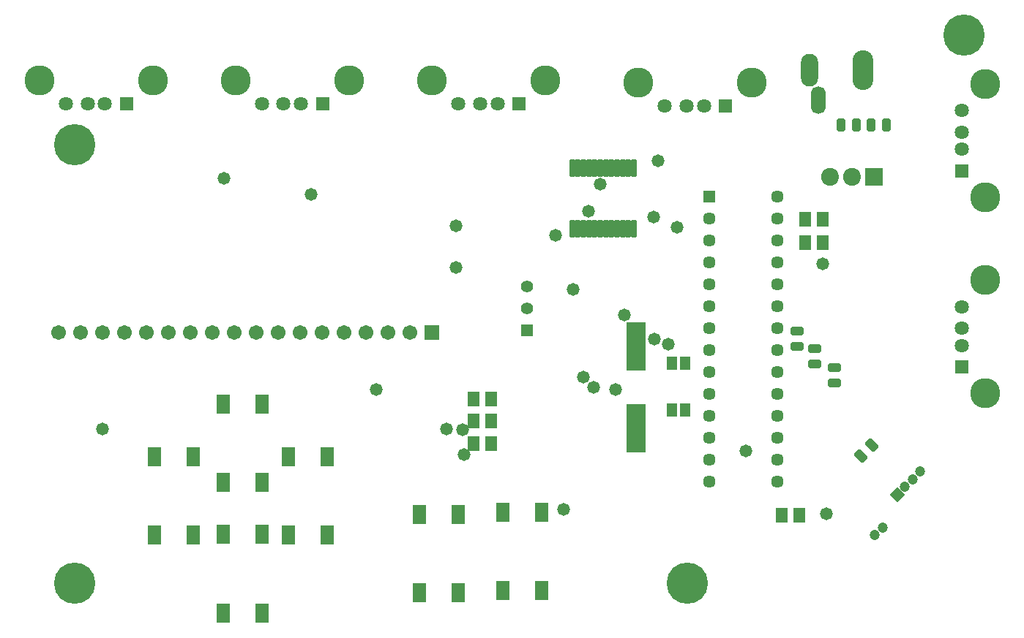
<source format=gts>
G04*
G04 #@! TF.GenerationSoftware,Altium Limited,Altium Designer,22.1.2 (22)*
G04*
G04 Layer_Color=8388736*
%FSLAX25Y25*%
%MOIN*%
G70*
G04*
G04 #@! TF.SameCoordinates,2374D94A-E5D5-4E5D-BBDB-F5A8C7ADDA7F*
G04*
G04*
G04 #@! TF.FilePolarity,Negative*
G04*
G01*
G75*
%ADD24R,0.05300X0.06800*%
G04:AMPARAMS|DCode=25|XSize=59.18mil|YSize=37.92mil|CornerRadius=7.74mil|HoleSize=0mil|Usage=FLASHONLY|Rotation=135.000|XOffset=0mil|YOffset=0mil|HoleType=Round|Shape=RoundedRectangle|*
%AMROUNDEDRECTD25*
21,1,0.05918,0.02244,0,0,135.0*
21,1,0.04370,0.03792,0,0,135.0*
1,1,0.01548,-0.00752,0.02339*
1,1,0.01548,0.02339,-0.00752*
1,1,0.01548,0.00752,-0.02339*
1,1,0.01548,-0.02339,0.00752*
%
%ADD25ROUNDEDRECTD25*%
%ADD26R,0.04737X0.05918*%
%ADD27R,0.08674X0.22453*%
%ADD28R,0.06312X0.09068*%
G04:AMPARAMS|DCode=29|XSize=59.18mil|YSize=37.92mil|CornerRadius=7.74mil|HoleSize=0mil|Usage=FLASHONLY|Rotation=90.000|XOffset=0mil|YOffset=0mil|HoleType=Round|Shape=RoundedRectangle|*
%AMROUNDEDRECTD29*
21,1,0.05918,0.02244,0,0,90.0*
21,1,0.04370,0.03792,0,0,90.0*
1,1,0.01548,0.01122,0.02185*
1,1,0.01548,0.01122,-0.02185*
1,1,0.01548,-0.01122,-0.02185*
1,1,0.01548,-0.01122,0.02185*
%
%ADD29ROUNDEDRECTD29*%
G04:AMPARAMS|DCode=30|XSize=82.8mil|YSize=26.9mil|CornerRadius=8.72mil|HoleSize=0mil|Usage=FLASHONLY|Rotation=90.000|XOffset=0mil|YOffset=0mil|HoleType=Round|Shape=RoundedRectangle|*
%AMROUNDEDRECTD30*
21,1,0.08280,0.00945,0,0,90.0*
21,1,0.06535,0.02690,0,0,90.0*
1,1,0.01745,0.00472,0.03268*
1,1,0.01745,0.00472,-0.03268*
1,1,0.01745,-0.00472,-0.03268*
1,1,0.01745,-0.00472,0.03268*
%
%ADD30ROUNDEDRECTD30*%
G04:AMPARAMS|DCode=31|XSize=59.18mil|YSize=37.92mil|CornerRadius=7.74mil|HoleSize=0mil|Usage=FLASHONLY|Rotation=180.000|XOffset=0mil|YOffset=0mil|HoleType=Round|Shape=RoundedRectangle|*
%AMROUNDEDRECTD31*
21,1,0.05918,0.02244,0,0,180.0*
21,1,0.04370,0.03792,0,0,180.0*
1,1,0.01548,-0.02185,0.01122*
1,1,0.01548,0.02185,0.01122*
1,1,0.01548,0.02185,-0.01122*
1,1,0.01548,-0.02185,-0.01122*
%
%ADD31ROUNDEDRECTD31*%
%ADD32C,0.18800*%
%ADD33O,0.09461X0.18123*%
%ADD34O,0.07887X0.14973*%
%ADD35O,0.06737X0.12674*%
%ADD36C,0.04737*%
%ADD37P,0.06699X4X90.0*%
%ADD38R,0.05721X0.05721*%
%ADD39C,0.05721*%
%ADD40C,0.06706*%
%ADD41R,0.06706X0.06706*%
%ADD42R,0.06422X0.06422*%
%ADD43C,0.06422*%
%ADD44C,0.13698*%
%ADD45R,0.06422X0.06422*%
%ADD46R,0.05595X0.05595*%
%ADD47C,0.05595*%
%ADD48R,0.08123X0.08123*%
%ADD49C,0.08123*%
%ADD50C,0.05800*%
D24*
X367000Y61000D02*
D03*
X375000D02*
D03*
X385500Y185500D02*
D03*
X377500D02*
D03*
X385500Y196000D02*
D03*
X377500D02*
D03*
X234500Y114056D02*
D03*
X226500D02*
D03*
X234500Y104000D02*
D03*
X226500D02*
D03*
X234500Y93944D02*
D03*
X226500D02*
D03*
D25*
X407978Y92978D02*
D03*
X402995Y87995D02*
D03*
D26*
X322953Y130500D02*
D03*
X317047D02*
D03*
Y109000D02*
D03*
X322953D02*
D03*
D27*
X300500Y138201D02*
D03*
Y100799D02*
D03*
D28*
X130358Y111827D02*
D03*
Y76000D02*
D03*
X112642D02*
D03*
Y111827D02*
D03*
X219500Y61461D02*
D03*
Y25634D02*
D03*
X201783D02*
D03*
Y61461D02*
D03*
X159858Y87913D02*
D03*
Y52087D02*
D03*
X142142D02*
D03*
Y87913D02*
D03*
X257500Y62461D02*
D03*
Y26634D02*
D03*
X239783D02*
D03*
Y62461D02*
D03*
X98858Y87913D02*
D03*
Y52087D02*
D03*
X81142D02*
D03*
Y87913D02*
D03*
X130358Y52413D02*
D03*
Y16587D02*
D03*
X112642D02*
D03*
Y52413D02*
D03*
D29*
X401004Y239000D02*
D03*
X393957D02*
D03*
X407500D02*
D03*
X414547D02*
D03*
D30*
X271425Y191701D02*
D03*
X273984D02*
D03*
X276543D02*
D03*
X279102D02*
D03*
X281661D02*
D03*
X284220D02*
D03*
X286780D02*
D03*
X289339D02*
D03*
X291898D02*
D03*
X294457D02*
D03*
X297016D02*
D03*
X299575D02*
D03*
Y219299D02*
D03*
X297016D02*
D03*
X294457D02*
D03*
X291898D02*
D03*
X289339D02*
D03*
X286780D02*
D03*
X284220D02*
D03*
X281661D02*
D03*
X279102D02*
D03*
X276543D02*
D03*
X273984D02*
D03*
X271425D02*
D03*
D31*
X391000Y128504D02*
D03*
Y121457D02*
D03*
X382000Y137004D02*
D03*
Y129957D02*
D03*
X374000Y145004D02*
D03*
Y137957D02*
D03*
D32*
X45000Y230000D02*
D03*
Y30000D02*
D03*
X450000Y280000D02*
D03*
X324000Y30000D02*
D03*
D33*
X404067Y264214D02*
D03*
D34*
X379657D02*
D03*
D35*
X383594Y250434D02*
D03*
D36*
X409264Y52000D02*
D03*
X412800Y55536D02*
D03*
X422964Y73964D02*
D03*
X426500Y77500D02*
D03*
X430036Y81036D02*
D03*
D37*
X419429Y70429D02*
D03*
D38*
X334000Y206500D02*
D03*
D39*
Y196500D02*
D03*
Y186500D02*
D03*
Y176500D02*
D03*
Y166500D02*
D03*
Y156500D02*
D03*
Y146500D02*
D03*
Y136500D02*
D03*
Y126500D02*
D03*
Y116500D02*
D03*
Y106500D02*
D03*
Y96500D02*
D03*
Y86500D02*
D03*
Y76500D02*
D03*
X365000D02*
D03*
Y86500D02*
D03*
Y96500D02*
D03*
Y106500D02*
D03*
Y116500D02*
D03*
Y126500D02*
D03*
Y136500D02*
D03*
Y146500D02*
D03*
Y156500D02*
D03*
Y166500D02*
D03*
Y176500D02*
D03*
Y186500D02*
D03*
Y196500D02*
D03*
Y206500D02*
D03*
D40*
X37500Y144500D02*
D03*
X47500D02*
D03*
X57500D02*
D03*
X67500D02*
D03*
X77500D02*
D03*
X87500D02*
D03*
X97500D02*
D03*
X107500D02*
D03*
X117500D02*
D03*
X127500D02*
D03*
X137500D02*
D03*
X147500D02*
D03*
X157500D02*
D03*
X167500D02*
D03*
X177500D02*
D03*
X187500D02*
D03*
X197500D02*
D03*
D41*
X207500D02*
D03*
D42*
X157780Y248831D02*
D03*
X68517D02*
D03*
X341280Y247831D02*
D03*
X247280Y248831D02*
D03*
D43*
X147937D02*
D03*
X140063D02*
D03*
X130220D02*
D03*
X58674D02*
D03*
X50800D02*
D03*
X40958D02*
D03*
X448831Y228063D02*
D03*
Y235937D02*
D03*
Y245780D02*
D03*
Y138563D02*
D03*
Y146437D02*
D03*
Y156280D02*
D03*
X331437Y247831D02*
D03*
X323563D02*
D03*
X313720D02*
D03*
X237437Y248831D02*
D03*
X229563D02*
D03*
X219720D02*
D03*
D44*
X169866Y259500D02*
D03*
X118134D02*
D03*
X80603D02*
D03*
X28871D02*
D03*
X459500Y206134D02*
D03*
Y257866D02*
D03*
Y116634D02*
D03*
Y168366D02*
D03*
X353366Y258500D02*
D03*
X301634D02*
D03*
X259366Y259500D02*
D03*
X207634D02*
D03*
D45*
X448831Y218220D02*
D03*
Y128720D02*
D03*
D46*
X251000Y145500D02*
D03*
D47*
Y155500D02*
D03*
Y165500D02*
D03*
D48*
X409000Y215500D02*
D03*
D49*
X399000D02*
D03*
X389000D02*
D03*
D50*
X218600Y174200D02*
D03*
Y193000D02*
D03*
X284220Y212100D02*
D03*
X310700Y222900D02*
D03*
X264000Y188900D02*
D03*
X152700Y207400D02*
D03*
X291300Y118600D02*
D03*
X295300Y152500D02*
D03*
X308900Y141400D02*
D03*
X221600Y100000D02*
D03*
X267700Y63900D02*
D03*
X350688Y90500D02*
D03*
X308700Y197200D02*
D03*
X387100Y61700D02*
D03*
X182300Y118500D02*
D03*
X57500Y100600D02*
D03*
X214400D02*
D03*
X222100Y88800D02*
D03*
X276500Y124100D02*
D03*
X281400Y119500D02*
D03*
X272000Y164100D02*
D03*
X315400Y139000D02*
D03*
X113000Y214700D02*
D03*
X278961Y199900D02*
D03*
X385500Y175900D02*
D03*
X319400Y192300D02*
D03*
M02*

</source>
